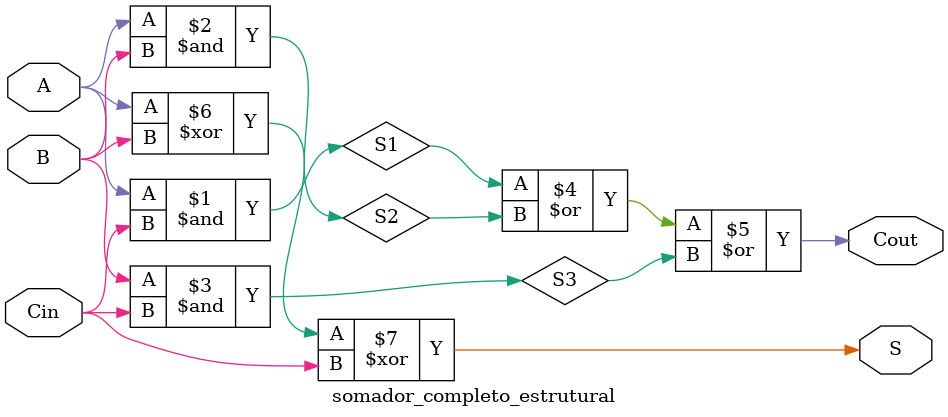
<source format=sv>

module somador_completo_estrutural (output Cout, S, input A, B, Cin);

wire S1, S2, S3;

and
 g1 (S1, A, Cin),
 g2 (S2, A, B),
 g3 (S3, B, Cin);
 
 or
	g4(Cout, S1, S2, S3);
	
xor
 g5(S, A, B, Cin);
 
endmodule
 
</source>
